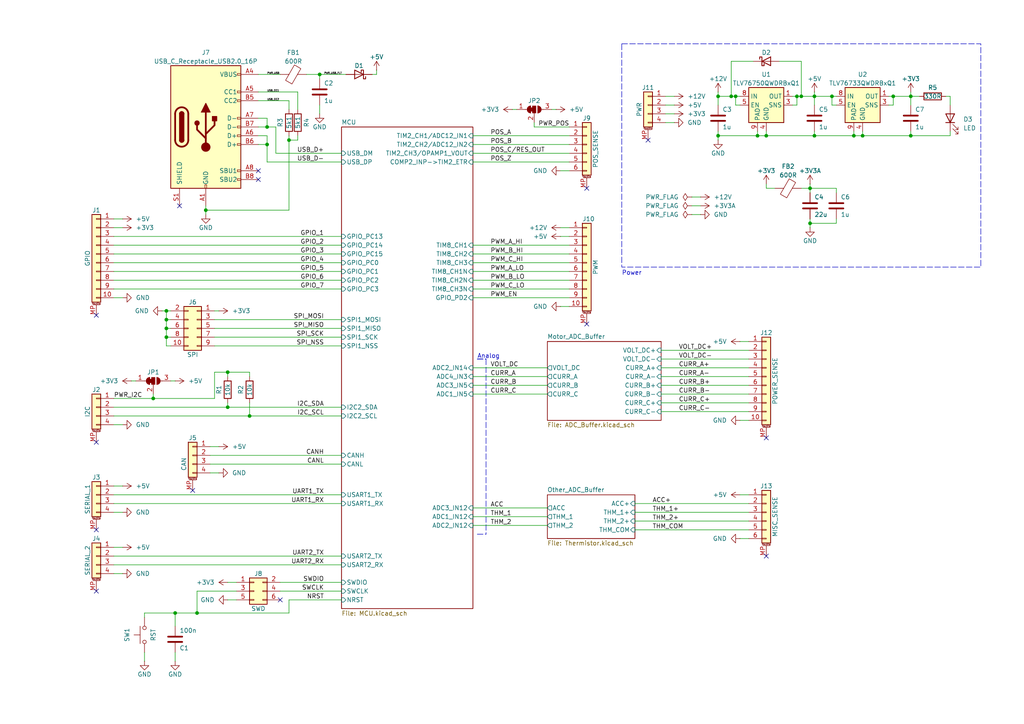
<source format=kicad_sch>
(kicad_sch (version 20250114) (generator "eeschema") (generator_version "9.0")
  (paper "A4")
  (title_block (title "Motor Control Brain Board") (date "2023-10-17") (rev "a"))
  (rectangle (start 180.34 12.7) (end 284.48 77.47) (stroke (width 0) (type dash)))
  (text "Analog" (at 138.43 104.14 0) (effects (font (size 1.27 1.27)) (justify left bottom)))
  (text "Power" (at 180.34 80.01 0) (effects (font (size 1.27 1.27)) (justify left bottom)))
  (junction (at 57.15 177.8))
  (junction (at 66.04 107.95))
  (junction (at 222.25 39.37))
  (junction (at 66.04 118.11))
  (junction (at 259.08 27.94))
  (junction (at 72.39 120.65))
  (junction (at 264.16 39.37))
  (junction (at 234.95 54.61))
  (junction (at 213.36 27.94))
  (junction (at 48.26 97.79))
  (junction (at 231.14 27.94))
  (junction (at 250.19 39.37))
  (junction (at 48.26 95.25))
  (junction (at 236.22 39.37))
  (junction (at 264.16 27.94))
  (junction (at 247.65 39.37))
  (junction (at 59.69 60.96))
  (junction (at 44.45 115.57))
  (junction (at 236.22 27.94))
  (junction (at 77.47 36.83))
  (junction (at 48.26 90.17))
  (junction (at 83.82 40.64))
  (junction (at 92.71 21.59))
  (junction (at 48.26 92.71))
  (junction (at 234.95 64.77))
  (junction (at 212.09 27.94))
  (junction (at 208.28 27.94))
  (junction (at 232.41 27.94))
  (junction (at 208.28 39.37))
  (junction (at 77.47 41.91))
  (junction (at 219.71 39.37))
  (junction (at 241.3 27.94))
  (junction (at 50.8 177.8))
  (no_connect (at 222.25 161.29))
  (no_connect (at 170.18 54.61))
  (no_connect (at 74.93 49.53))
  (no_connect (at 52.07 59.69))
  (no_connect (at 27.94 91.44))
  (no_connect (at 74.93 52.07))
  (no_connect (at 27.94 171.45))
  (no_connect (at 27.94 128.27))
  (no_connect (at 27.94 153.67))
  (no_connect (at 81.28 173.99))
  (no_connect (at 170.18 93.98))
  (no_connect (at 222.25 127))
  (no_connect (at 187.96 40.64))
  (no_connect (at 55.88 142.24))
  (wire (pts (xy 74.93 39.37) (xy 77.47 39.37)))
  (wire (pts (xy 184.15 146.05) (xy 217.17 146.05)))
  (wire (pts (xy 264.16 26.67) (xy 264.16 27.94)))
  (wire (pts (xy 44.45 114.3) (xy 44.45 115.57)))
  (wire (pts (xy 226.06 17.78) (xy 232.41 17.78)))
  (wire (pts (xy 86.36 40.64) (xy 86.36 39.37)))
  (wire (pts (xy 137.16 109.22) (xy 158.75 109.22)))
  (wire (pts (xy 234.95 63.5) (xy 234.95 64.77)))
  (wire (pts (xy 137.16 111.76) (xy 158.75 111.76)))
  (wire (pts (xy 148.59 31.75) (xy 149.86 31.75)))
  (wire (pts (xy 57.15 177.8) (xy 57.15 171.45)))
  (wire (pts (xy 38.1 110.49) (xy 39.37 110.49)))
  (wire (pts (xy 137.16 106.68) (xy 158.75 106.68)))
  (wire (pts (xy 275.59 27.94) (xy 275.59 30.48)))
  (wire (pts (xy 212.09 27.94) (xy 213.36 27.94)))
  (wire (pts (xy 77.47 34.29) (xy 74.93 34.29)))
  (wire (pts (xy 208.28 26.67) (xy 208.28 27.94)))
  (wire (pts (xy 62.23 92.71) (xy 99.06 92.71)))
  (wire (pts (xy 264.16 30.48) (xy 264.16 27.94)))
  (wire (pts (xy 232.41 27.94) (xy 236.22 27.94)))
  (wire (pts (xy 241.3 27.94) (xy 241.3 30.48)))
  (wire (pts (xy 154.94 36.83) (xy 165.1 36.83)))
  (wire (pts (xy 218.44 17.78) (xy 212.09 17.78)))
  (wire (pts (xy 242.57 63.5) (xy 242.57 64.77)))
  (wire (pts (xy 63.5 90.17) (xy 62.23 90.17)))
  (wire (pts (xy 109.22 21.59) (xy 107.95 21.59)))
  (wire (pts (xy 162.56 66.04) (xy 165.1 66.04)))
  (wire (pts (xy 33.02 66.04) (xy 35.56 66.04)))
  (wire (pts (xy 236.22 39.37) (xy 247.65 39.37)))
  (wire (pts (xy 33.02 76.2) (xy 99.06 76.2)))
  (wire (pts (xy 80.01 36.83) (xy 80.01 44.45)))
  (wire (pts (xy 49.53 100.33) (xy 48.26 100.33)))
  (wire (pts (xy 49.53 95.25) (xy 48.26 95.25)))
  (wire (pts (xy 191.77 104.14) (xy 217.17 104.14)))
  (wire (pts (xy 191.77 116.84) (xy 217.17 116.84)))
  (wire (pts (xy 62.23 100.33) (xy 99.06 100.33)))
  (wire (pts (xy 214.63 99.06) (xy 217.17 99.06)))
  (wire (pts (xy 231.14 30.48) (xy 231.14 27.94)))
  (wire (pts (xy 184.15 153.67) (xy 217.17 153.67)))
  (wire (pts (xy 44.45 115.57) (xy 62.23 115.57)))
  (polyline (pts (xy 140.97 104.14) (xy 140.97 154.94)) (stroke (width 0) (type dash)))
  (wire (pts (xy 222.25 54.61) (xy 224.79 54.61)))
  (wire (pts (xy 46.99 90.17) (xy 48.26 90.17)))
  (wire (pts (xy 236.22 30.48) (xy 236.22 27.94)))
  (wire (pts (xy 236.22 39.37) (xy 236.22 38.1)))
  (wire (pts (xy 50.8 177.8) (xy 50.8 181.61)))
  (wire (pts (xy 259.08 30.48) (xy 259.08 27.94)))
  (wire (pts (xy 208.28 39.37) (xy 219.71 39.37)))
  (wire (pts (xy 200.66 59.69) (xy 203.2 59.69)))
  (wire (pts (xy 33.02 166.37) (xy 35.56 166.37)))
  (wire (pts (xy 212.09 17.78) (xy 212.09 27.94)))
  (wire (pts (xy 62.23 115.57) (xy 62.23 107.95)))
  (wire (pts (xy 74.93 29.21) (xy 83.82 29.21)))
  (wire (pts (xy 63.5 137.16) (xy 60.96 137.16)))
  (wire (pts (xy 137.16 41.91) (xy 165.1 41.91)))
  (wire (pts (xy 60.96 134.62) (xy 99.06 134.62)))
  (wire (pts (xy 191.77 106.68) (xy 217.17 106.68)))
  (polyline (pts (xy 138.43 104.14) (xy 140.97 104.14)) (stroke (width 0) (type dash)))
  (wire (pts (xy 241.3 30.48) (xy 242.57 30.48)))
  (wire (pts (xy 219.71 39.37) (xy 222.25 39.37)))
  (wire (pts (xy 208.28 39.37) (xy 208.28 40.64)))
  (wire (pts (xy 200.66 62.23) (xy 203.2 62.23)))
  (wire (pts (xy 83.82 60.96) (xy 59.69 60.96)))
  (wire (pts (xy 86.36 26.67) (xy 86.36 31.75)))
  (wire (pts (xy 83.82 40.64) (xy 83.82 60.96)))
  (wire (pts (xy 41.91 189.23) (xy 41.91 191.77)))
  (wire (pts (xy 77.47 36.83) (xy 80.01 36.83)))
  (wire (pts (xy 50.8 177.8) (xy 57.15 177.8)))
  (wire (pts (xy 62.23 107.95) (xy 66.04 107.95)))
  (wire (pts (xy 214.63 156.21) (xy 217.17 156.21)))
  (wire (pts (xy 213.36 27.94) (xy 214.63 27.94)))
  (wire (pts (xy 92.71 21.59) (xy 100.33 21.59)))
  (wire (pts (xy 242.57 55.88) (xy 242.57 54.61)))
  (wire (pts (xy 234.95 64.77) (xy 234.95 66.04)))
  (wire (pts (xy 250.19 39.37) (xy 264.16 39.37)))
  (wire (pts (xy 81.28 168.91) (xy 99.06 168.91)))
  (wire (pts (xy 191.77 119.38) (xy 217.17 119.38)))
  (wire (pts (xy 48.26 97.79) (xy 48.26 95.25)))
  (wire (pts (xy 184.15 148.59) (xy 217.17 148.59)))
  (wire (pts (xy 49.53 110.49) (xy 50.8 110.49)))
  (wire (pts (xy 77.47 46.99) (xy 99.06 46.99)))
  (wire (pts (xy 236.22 26.67) (xy 236.22 27.94)))
  (wire (pts (xy 66.04 168.91) (xy 68.58 168.91)))
  (wire (pts (xy 137.16 114.3) (xy 158.75 114.3)))
  (wire (pts (xy 232.41 54.61) (xy 234.95 54.61)))
  (wire (pts (xy 62.23 97.79) (xy 99.06 97.79)))
  (wire (pts (xy 83.82 40.64) (xy 83.82 39.37)))
  (wire (pts (xy 33.02 115.57) (xy 44.45 115.57)))
  (wire (pts (xy 66.04 109.22) (xy 66.04 107.95)))
  (wire (pts (xy 109.22 20.32) (xy 109.22 21.59)))
  (wire (pts (xy 162.56 49.53) (xy 165.1 49.53)))
  (wire (pts (xy 137.16 46.99) (xy 165.1 46.99)))
  (wire (pts (xy 77.47 36.83) (xy 77.47 34.29)))
  (wire (pts (xy 208.28 30.48) (xy 208.28 27.94)))
  (wire (pts (xy 184.15 151.13) (xy 217.17 151.13)))
  (wire (pts (xy 137.16 81.28) (xy 165.1 81.28)))
  (wire (pts (xy 74.93 21.59) (xy 81.28 21.59)))
  (wire (pts (xy 88.9 21.59) (xy 92.71 21.59)))
  (wire (pts (xy 250.19 38.1) (xy 250.19 39.37)))
  (wire (pts (xy 33.02 123.19) (xy 35.56 123.19)))
  (wire (pts (xy 257.81 27.94) (xy 259.08 27.94)))
  (wire (pts (xy 137.16 73.66) (xy 165.1 73.66)))
  (wire (pts (xy 234.95 53.34) (xy 234.95 54.61)))
  (wire (pts (xy 57.15 177.8) (xy 83.82 177.8)))
  (wire (pts (xy 50.8 189.23) (xy 50.8 191.77)))
  (wire (pts (xy 247.65 39.37) (xy 250.19 39.37)))
  (wire (pts (xy 49.53 97.79) (xy 48.26 97.79)))
  (wire (pts (xy 193.04 33.02) (xy 195.58 33.02)))
  (wire (pts (xy 35.56 140.97) (xy 33.02 140.97)))
  (wire (pts (xy 59.69 60.96) (xy 59.69 59.69)))
  (wire (pts (xy 74.93 41.91) (xy 77.47 41.91)))
  (wire (pts (xy 222.25 53.34) (xy 222.25 54.61)))
  (wire (pts (xy 274.32 27.94) (xy 275.59 27.94)))
  (wire (pts (xy 33.02 148.59) (xy 35.56 148.59)))
  (wire (pts (xy 191.77 114.3) (xy 217.17 114.3)))
  (wire (pts (xy 33.02 81.28) (xy 99.06 81.28)))
  (wire (pts (xy 77.47 41.91) (xy 77.47 46.99)))
  (wire (pts (xy 214.63 143.51) (xy 217.17 143.51)))
  (wire (pts (xy 66.04 118.11) (xy 99.06 118.11)))
  (wire (pts (xy 80.01 44.45) (xy 99.06 44.45)))
  (wire (pts (xy 83.82 29.21) (xy 83.82 31.75)))
  (wire (pts (xy 72.39 107.95) (xy 72.39 109.22)))
  (wire (pts (xy 208.28 38.1) (xy 208.28 39.37)))
  (wire (pts (xy 229.87 27.94) (xy 231.14 27.94)))
  (wire (pts (xy 213.36 27.94) (xy 213.36 30.48)))
  (wire (pts (xy 247.65 38.1) (xy 247.65 39.37)))
  (wire (pts (xy 41.91 177.8) (xy 50.8 177.8)))
  (wire (pts (xy 137.16 149.86) (xy 158.75 149.86)))
  (wire (pts (xy 33.02 68.58) (xy 99.06 68.58)))
  (wire (pts (xy 48.26 92.71) (xy 48.26 90.17)))
  (wire (pts (xy 264.16 27.94) (xy 266.7 27.94)))
  (wire (pts (xy 275.59 38.1) (xy 275.59 39.37)))
  (wire (pts (xy 208.28 27.94) (xy 212.09 27.94)))
  (wire (pts (xy 83.82 40.64) (xy 86.36 40.64)))
  (wire (pts (xy 33.02 143.51) (xy 99.06 143.51)))
  (wire (pts (xy 92.71 30.48) (xy 92.71 33.02)))
  (wire (pts (xy 234.95 55.88) (xy 234.95 54.61)))
  (wire (pts (xy 264.16 39.37) (xy 275.59 39.37)))
  (wire (pts (xy 77.47 39.37) (xy 77.47 41.91)))
  (wire (pts (xy 66.04 107.95) (xy 72.39 107.95)))
  (wire (pts (xy 74.93 26.67) (xy 86.36 26.67)))
  (wire (pts (xy 66.04 173.99) (xy 68.58 173.99)))
  (wire (pts (xy 60.96 129.54) (xy 63.5 129.54)))
  (wire (pts (xy 48.26 90.17) (xy 49.53 90.17)))
  (wire (pts (xy 33.02 158.75) (xy 35.56 158.75)))
  (wire (pts (xy 33.02 120.65) (xy 72.39 120.65)))
  (wire (pts (xy 83.82 177.8) (xy 83.82 173.99)))
  (wire (pts (xy 217.17 121.92) (xy 214.63 121.92)))
  (wire (pts (xy 33.02 118.11) (xy 66.04 118.11)))
  (wire (pts (xy 137.16 44.45) (xy 165.1 44.45)))
  (wire (pts (xy 137.16 39.37) (xy 165.1 39.37)))
  (wire (pts (xy 137.16 76.2) (xy 165.1 76.2)))
  (wire (pts (xy 154.94 36.83) (xy 154.94 35.56)))
  (wire (pts (xy 33.02 163.83) (xy 99.06 163.83)))
  (wire (pts (xy 74.93 36.83) (xy 77.47 36.83)))
  (wire (pts (xy 72.39 120.65) (xy 99.06 120.65)))
  (wire (pts (xy 33.02 146.05) (xy 99.06 146.05)))
  (polyline (pts (xy 138.43 104.14) (xy 140.97 104.14)) (stroke (width 0) (type dash)))
  (wire (pts (xy 231.14 30.48) (xy 229.87 30.48)))
  (wire (pts (xy 191.77 111.76) (xy 217.17 111.76)))
  (wire (pts (xy 33.02 63.5) (xy 35.56 63.5)))
  (wire (pts (xy 137.16 147.32) (xy 158.75 147.32)))
  (wire (pts (xy 259.08 27.94) (xy 264.16 27.94)))
  (wire (pts (xy 236.22 27.94) (xy 241.3 27.94)))
  (wire (pts (xy 165.1 68.58) (xy 162.56 68.58)))
  (wire (pts (xy 81.28 171.45) (xy 99.06 171.45)))
  (wire (pts (xy 232.41 17.78) (xy 232.41 27.94)))
  (wire (pts (xy 234.95 54.61) (xy 242.57 54.61)))
  (wire (pts (xy 41.91 179.07) (xy 41.91 177.8)))
  (wire (pts (xy 57.15 171.45) (xy 68.58 171.45)))
  (wire (pts (xy 222.25 38.1) (xy 222.25 39.37)))
  (wire (pts (xy 137.16 86.36) (xy 165.1 86.36)))
  (polyline (pts (xy 138.43 154.94) (xy 140.97 154.94)) (stroke (width 0) (type dash)))
  (wire (pts (xy 231.14 27.94) (xy 232.41 27.94)))
  (wire (pts (xy 162.56 88.9) (xy 165.1 88.9)))
  (wire (pts (xy 33.02 73.66) (xy 99.06 73.66)))
  (wire (pts (xy 60.96 132.08) (xy 99.06 132.08)))
  (wire (pts (xy 242.57 64.77) (xy 234.95 64.77)))
  (wire (pts (xy 219.71 38.1) (xy 219.71 39.37)))
  (wire (pts (xy 161.29 31.75) (xy 160.02 31.75)))
  (wire (pts (xy 33.02 83.82) (xy 99.06 83.82)))
  (wire (pts (xy 33.02 78.74) (xy 99.06 78.74)))
  (wire (pts (xy 259.08 30.48) (xy 257.81 30.48)))
  (wire (pts (xy 191.77 109.22) (xy 217.17 109.22)))
  (wire (pts (xy 200.66 57.15) (xy 203.2 57.15)))
  (wire (pts (xy 33.02 161.29) (xy 99.06 161.29)))
  (wire (pts (xy 193.04 30.48) (xy 195.58 30.48)))
  (wire (pts (xy 137.16 152.4) (xy 158.75 152.4)))
  (wire (pts (xy 137.16 78.74) (xy 165.1 78.74)))
  (wire (pts (xy 137.16 83.82) (xy 165.1 83.82)))
  (wire (pts (xy 193.04 35.56) (xy 195.58 35.56)))
  (wire (pts (xy 33.02 71.12) (xy 99.06 71.12)))
  (wire (pts (xy 72.39 116.84) (xy 72.39 120.65)))
  (wire (pts (xy 48.26 92.71) (xy 48.26 95.25)))
  (wire (pts (xy 222.25 39.37) (xy 236.22 39.37)))
  (wire (pts (xy 191.77 101.6) (xy 217.17 101.6)))
  (wire (pts (xy 49.53 92.71) (xy 48.26 92.71)))
  (wire (pts (xy 83.82 173.99) (xy 99.06 173.99)))
  (wire (pts (xy 66.04 116.84) (xy 66.04 118.11)))
  (wire (pts (xy 195.58 27.94) (xy 193.04 27.94)))
  (wire (pts (xy 48.26 97.79) (xy 48.26 100.33)))
  (wire (pts (xy 213.36 30.48) (xy 214.63 30.48)))
  (wire (pts (xy 92.71 21.59) (xy 92.71 22.86)))
  (wire (pts (xy 59.69 60.96) (xy 59.69 62.23)))
  (wire (pts (xy 264.16 39.37) (xy 264.16 38.1)))
  (wire (pts (xy 33.02 86.36) (xy 35.56 86.36)))
  (wire (pts (xy 241.3 27.94) (xy 242.57 27.94)))
  (wire (pts (xy 137.16 71.12) (xy 165.1 71.12)))
  (wire (pts (xy 62.23 95.25) (xy 99.06 95.25)))
  (label "SPI_MOSI" (at 93.98 92.71 180))
  (label "ACC+" (at 189.23 146.05 0))
  (label "GPIO_7" (at 93.98 83.82 180))
  (label "USB_CC2" (at 77.47 29.21 0) (effects (font (size 0.5 0.5))))
  (label "VOLT_DC+" (at 196.85 101.6 0))
  (label "UART1_TX" (at 93.98 143.51 180))
  (label "CURR_A-" (at 196.85 109.22 0))
  (label "CANL" (at 93.98 134.62 180))
  (label "CURR_B+" (at 196.85 111.76 0))
  (label "GPIO_5" (at 93.98 78.74 180))
  (label "POS_C{slash}RES_OUT" (at 142.24 44.45 0))
  (label "POS_A" (at 142.24 39.37 0))
  (label "SPI_NSS" (at 93.98 100.33 180))
  (label "CURR_C" (at 142.24 114.3 0))
  (label "PWM_B_LO" (at 142.24 81.28 0))
  (label "PWM_A_HI" (at 142.24 71.12 0))
  (label "THM_1+" (at 189.23 148.59 0))
  (label "GPIO_3" (at 93.98 73.66 180))
  (label "SWDIO" (at 93.98 168.91 180))
  (label "PWR_I2C" (at 33.02 115.57 0))
  (label "PWR_POS" (at 165.1 36.83 180))
  (label "CURR_C-" (at 196.85 119.38 0))
  (label "USB_D+" (at 93.98 44.45 180))
  (label "USB_CC1" (at 77.47 26.67 0) (effects (font (size 0.5 0.5))))
  (label "PWR_USB_FLT" (at 93.98 21.59 0) (effects (font (size 0.5 0.5))))
  (label "GPIO_2" (at 93.98 71.12 180))
  (label "VOLT_DC-" (at 196.85 104.14 0))
  (label "PWM_C_LO" (at 142.24 83.82 0))
  (label "SPI_MISO" (at 93.98 95.25 180))
  (label "CANH" (at 93.98 132.08 180))
  (label "CURR_C+" (at 196.85 116.84 0))
  (label "UART2_TX" (at 93.98 161.29 180))
  (label "PWM_C_HI" (at 142.24 76.2 0))
  (label "VOLT_DC" (at 142.24 106.68 0))
  (label "POS_B" (at 142.24 41.91 0))
  (label "GPIO_1" (at 93.98 68.58 180))
  (label "NRST" (at 93.98 173.99 180))
  (label "PWR_USB" (at 77.47 21.59 0) (effects (font (size 0.5 0.5))))
  (label "CURR_B" (at 142.24 111.76 0))
  (label "THM_2+" (at 189.23 151.13 0))
  (label "PWM_EN" (at 142.24 86.36 0))
  (label "ACC" (at 142.24 147.32 0))
  (label "THM_1" (at 142.24 149.86 0))
  (label "SPI_SCK" (at 93.98 97.79 180))
  (label "USB_D-" (at 93.98 46.99 180))
  (label "CURR_A+" (at 196.85 106.68 0))
  (label "UART2_RX" (at 93.98 163.83 180))
  (label "GPIO_4" (at 93.98 76.2 180))
  (label "PWM_A_LO" (at 142.24 78.74 0))
  (label "PWM_B_HI" (at 142.24 73.66 0))
  (label "GPIO_6" (at 93.98 81.28 180))
  (label "SWCLK" (at 93.98 171.45 180))
  (label "THM_2" (at 142.24 152.4 0))
  (label "I2C_SCL" (at 93.98 120.65 180))
  (label "POS_Z" (at 142.24 46.99 0))
  (label "CURR_B-" (at 196.85 114.3 0))
  (label "I2C_SDA" (at 93.98 118.11 180))
  (label "THM_COM" (at 189.23 153.67 0))
  (label "UART1_RX" (at 93.98 146.05 180))
  (label "CURR_A" (at 142.24 109.22 0))
  (symbol (lib_id "Device:C") (at 236.22 34.29 0) (unit 1)
    (property "Reference" "C5" (at 237.49 31.75 0) (effects (justify left)))
    (property "Value" "1u" (at 237.49 36.83 0) (effects (justify left)))
    (property "Footprint" "Capacitor_SMD:C_0402_1005Metric" (effects (hide yes)))
    (property "Description" "Unpolarized capacitor" (effects (hide yes)))
  )
  (symbol (lib_id "Device:C") (at 50.8 185.42 180) (unit 1)
    (property "Reference" "C1" (at 52.07 187.96 0) (effects (justify right)))
    (property "Value" "100n" (at 52.07 182.88 0) (effects (justify right)))
    (property "Footprint" "Capacitor_SMD:C_0402_1005Metric" (effects (hide yes)))
    (property "Description" "Unpolarized capacitor" (effects (hide yes)))
  )
  (symbol (lib_id "power:+3V3") (at 63.5 90.17 270) (unit 1)
    (property "Reference" "#PWR015" (effects (hide yes)))
    (property "Value" "+3V3" (at 67.31 90.1699 90) (effects (justify left)))
    (property "Description" "Power symbol creates a global label with name \"+3V3\"" (effects (hide yes)))
  )
  (symbol (lib_id "Device:R") (at 66.04 113.03 0) (unit 1)
    (property "Reference" "R1" (at 63.5 113.03 90))
    (property "Value" "10k" (at 66.04 113.03 90))
    (property "Footprint" "Resistor_SMD:R_0402_1005Metric" (effects (hide yes)))
    (property "Description" "Resistor" (effects (hide yes)))
  )
  (symbol (lib_id "power:GND") (at 41.91 191.77 0) (unit 1)
    (property "Reference" "#PWR010" (effects (hide yes)))
    (property "Value" "GND" (at 41.91 195.58 0))
    (property "Description" "Power symbol creates a global label with name \"GND\" , ground" (effects (hide yes)))
  )
  (symbol (lib_id "power:GND") (at 59.69 62.23 0) (unit 1)
    (property "Reference" "#PWR014" (effects (hide yes)))
    (property "Value" "GND" (at 59.69 66.04 0))
    (property "Description" "Power symbol creates a global label with name \"GND\" , ground" (effects (hide yes)))
  )
  (symbol (lib_id "Connector_Generic_MountingPin:Conn_01x04_MountingPin") (at 187.96 30.48 0) (mirror y) (unit 1)
    (property "Reference" "J11" (at 187.96 25.4 0))
    (property "Value" "PWR" (at 185.42 31.75 90))
    (property "Footprint" "Connector_JST:JST_GH_SM04B-GHS-TB_1x04-1MP_P1.25mm_Horizontal" (effects (hide yes)))
    (property "Description" "Generic connectable mounting pin connector, single row, 01x04, script generated (kicad-library-utils/schlib/autogen/connector/)" (effects (hide yes)))
  )
  (symbol (lib_id "Connector_Generic_MountingPin:Conn_01x04_MountingPin") (at 55.88 132.08 0) (mirror y) (unit 1)
    (property "Reference" "J5" (at 55.88 127 0))
    (property "Value" "CAN" (at 53.34 134.62 90))
    (property "Footprint" "Connector_JST:JST_GH_SM04B-GHS-TB_1x04-1MP_P1.25mm_Horizontal" (effects (hide yes)))
    (property "Description" "Generic connectable mounting pin connector, single row, 01x04, script generated (kicad-library-utils/schlib/autogen/connector/)" (effects (hide yes)))
  )
  (symbol (lib_id "Connector_Generic:Conn_02x03_Odd_Even") (at 73.66 171.45 0) (unit 1) (in_bom no)
    (property "Reference" "J8" (at 74.93 166.37 0))
    (property "Value" "SWD" (at 74.93 176.53 0))
    (property "Footprint" "Connector:Tag-Connect_TC2030-IDC-FP_2x03_P1.27mm_Vertical" (effects (hide yes)))
    (property "Description" "Generic connector, double row, 02x03, odd/even pin numbering scheme (row 1 odd numbers, row 2 even numbers), script generated (kicad-library-utils/schlib/autogen/connector/)" (effects (hide yes)))
  )
  (symbol (lib_id "Device:C") (at 92.71 26.67 0) (unit 1)
    (property "Reference" "C2" (at 93.98 24.13 0) (effects (justify left)))
    (property "Value" "1u" (at 93.98 29.21 0) (effects (justify left)))
    (property "Footprint" "Capacitor_SMD:C_0402_1005Metric" (effects (hide yes)))
    (property "Description" "Unpolarized capacitor" (effects (hide yes)))
  )
  (symbol (lib_id "power:+3V3") (at 35.56 66.04 270) (unit 1)
    (property "Reference" "#PWR02" (effects (hide yes)))
    (property "Value" "+3V3" (at 39.37 66.0399 90) (effects (justify left)))
    (property "Description" "Power symbol creates a global label with name \"+3V3\"" (effects (hide yes)))
  )
  (symbol (lib_id "power:+5V") (at 214.63 143.51 90) (unit 1)
    (property "Reference" "#PWR039" (effects (hide yes)))
    (property "Value" "+5V" (at 210.82 143.51 90) (effects (justify left)))
    (property "Description" "Power symbol creates a global label with name \"+5V\"" (effects (hide yes)))
  )
  (symbol (lib_id "power:+3V3") (at 66.04 168.91 90) (unit 1)
    (property "Reference" "#PWR018" (effects (hide yes)))
    (property "Value" "+3V3" (at 62.23 168.9099 90) (effects (justify left)))
    (property "Description" "Power symbol creates a global label with name \"+3V3\"" (effects (hide yes)))
  )
  (symbol (lib_id "power:+3.3VA") (at 203.2 59.69 270) (unit 1)
    (property "Reference" "#PWR033" (effects (hide yes)))
    (property "Value" "+3V3A" (at 207.01 59.69 90) (effects (justify left)))
    (property "Description" "Power symbol creates a global label with name \"+3.3VA\"" (effects (hide yes)))
  )
  (symbol (lib_id "power:GND") (at 195.58 35.56 90) (unit 1)
    (property "Reference" "#PWR031" (effects (hide yes)))
    (property "Value" "GND" (at 199.39 35.56 90) (effects (justify right)))
    (property "Description" "Power symbol creates a global label with name \"GND\" , ground" (effects (hide yes)))
  )
  (symbol (lib_id "power:+5V") (at 109.22 20.32 0) (unit 1)
    (property "Reference" "#PWR021" (effects (hide yes)))
    (property "Value" "+5V" (at 109.22 16.51 0))
    (property "Description" "Power symbol creates a global label with name \"+5V\"" (effects (hide yes)))
  )
  (symbol (lib_id "power:+5V") (at 50.8 110.49 270) (unit 1)
    (property "Reference" "#PWR012" (effects (hide yes)))
    (property "Value" "+5V" (at 54.61 110.49 90) (effects (justify left)))
    (property "Description" "Power symbol creates a global label with name \"+5V\"" (effects (hide yes)))
  )
  (symbol (lib_id "Device:LED") (at 275.59 34.29 90) (unit 1)
    (property "Reference" "D3" (at 279.4 34.6074 90) (effects (justify right)))
    (property "Value" "LED" (at 279.4 37.1474 90) (effects (justify right)))
    (property "Footprint" "LED_SMD:LED_0603_1608Metric" (effects (hide yes)))
    (property "Description" "Light emitting diode" (effects (hide yes)))
  )
  (symbol (lib_id "Regulator_Linear:TLV76750QWDRBxQ1") (at 222.25 30.48 0) (unit 1)
    (property "Reference" "U1" (at 222.25 21.59 0))
    (property "Value" "TLV76750QWDRBxQ1" (at 222.25 24.13 0))
    (property "Footprint" "Package_SON:VSON-8-1EP_3x3mm_P0.65mm_EP1.65x2.4mm_ThermalVias" (effects (hide yes)))
    (property "Datasheet" "www.ti.com/lit/gpn/TLV767-q1" (effects (hide yes)))
    (property "Description" "1A, 16V Precision Linear Voltage Regulator, with enable pin, Fixed Output 5.0V, VSON-8" (effects (hide yes)))
  )
  (symbol (lib_id "Device:D_Schottky") (at 104.14 21.59 180) (unit 1)
    (property "Reference" "D1" (at 104.14 19.05 0))
    (property "Value" "D_Schottky" (effects (hide yes)))
    (property "Footprint" "Diode_SMD:D_0402_1005Metric" (effects (hide yes)))
    (property "Description" "Schottky diode" (effects (hide yes)))
  )
  (symbol (lib_id "Connector_Generic_MountingPin:Conn_01x10_MountingPin") (at 27.94 73.66 0) (mirror y) (unit 1)
    (property "Reference" "J1" (at 27.94 60.96 0))
    (property "Value" "GPIO" (at 25.4 74.93 90))
    (property "Footprint" "Connector_JST:JST_GH_SM10B-GHS-TB_1x10-1MP_P1.25mm_Horizontal" (effects (hide yes)))
    (property "Description" "Generic connectable mounting pin connector, single row, 01x10, script generated (kicad-library-utils/schlib/autogen/connector/)" (effects (hide yes)))
  )
  (symbol (lib_id "Regulator_Linear:TLV76733QWDRBxQ1") (at 250.19 30.48 0) (unit 1)
    (property "Reference" "U2" (at 250.19 21.59 0))
    (property "Value" "TLV76733QWDRBxQ1" (at 250.19 24.13 0))
    (property "Footprint" "Package_SON:VSON-8-1EP_3x3mm_P0.65mm_EP1.65x2.4mm_ThermalVias" (effects (hide yes)))
    (property "Datasheet" "www.ti.com/lit/gpn/TLV767-q1" (effects (hide yes)))
    (property "Description" "1A, 16V Precision Linear Voltage Regulator, with enable pin, Fixed Output 3.3V, VSON-8" (effects (hide yes)))
  )
  (symbol (lib_id "power:+12V") (at 208.28 26.67 0) (unit 1)
    (property "Reference" "#PWR035" (effects (hide yes)))
    (property "Value" "+12V" (at 208.28 22.86 0))
    (property "Description" "Power symbol creates a global label with name \"+12V\"" (effects (hide yes)))
  )
  (symbol (lib_id "power:GND") (at 162.56 49.53 270) (unit 1)
    (property "Reference" "#PWR024" (effects (hide yes)))
    (property "Value" "GND" (at 158.75 49.53 90) (effects (justify right)))
    (property "Description" "Power symbol creates a global label with name \"GND\" , ground" (effects (hide yes)))
  )
  (symbol (lib_id "power:GND") (at 234.95 66.04 0) (unit 1)
    (property "Reference" "#PWR043" (effects (hide yes)))
    (property "Value" "GND" (at 234.95 69.85 0))
    (property "Description" "Power symbol creates a global label with name \"GND\" , ground" (effects (hide yes)))
  )
  (symbol (lib_id "Connector_Generic_MountingPin:Conn_01x06_MountingPin") (at 170.18 41.91 0) (unit 1)
    (property "Reference" "J9" (at 170.18 34.29 0))
    (property "Value" "POS_SENSE" (at 172.72 43.18 90))
    (property "Footprint" "Connector_JST:JST_GH_SM06B-GHS-TB_1x06-1MP_P1.25mm_Horizontal" (effects (hide yes)))
    (property "Description" "Generic connectable mounting pin connector, single row, 01x06, script generated (kicad-library-utils/schlib/autogen/connector/)" (effects (hide yes)))
  )
  (symbol (lib_id "Device:R") (at 72.39 113.03 0) (unit 1)
    (property "Reference" "R2" (at 69.85 113.03 90))
    (property "Value" "10k" (at 72.39 113.03 90))
    (property "Footprint" "Resistor_SMD:R_0402_1005Metric" (effects (hide yes)))
    (property "Description" "Resistor" (effects (hide yes)))
  )
  (symbol (lib_id "power:+12V") (at 195.58 27.94 270) (unit 1)
    (property "Reference" "#PWR028" (effects (hide yes)))
    (property "Value" "+12V" (at 199.39 27.94 90) (effects (justify left)))
    (property "Description" "Power symbol creates a global label with name \"+12V\"" (effects (hide yes)))
  )
  (symbol (lib_id "Connector_Generic:Conn_02x05_Odd_Even") (at 57.15 95.25 0) (mirror y) (unit 1)
    (property "Reference" "J6" (at 55.88 87.63 0))
    (property "Value" "SPI" (at 55.88 102.87 0))
    (property "Footprint" "User_Connector:Samtec_FTSH-105-XX-X-DV-K" (effects (hide yes)))
    (property "Description" "Generic connector, double row, 02x05, odd/even pin numbering scheme (row 1 odd numbers, row 2 even numbers), script generated (kicad-library-utils/schlib/autogen/connector/)" (effects (hide yes)))
  )
  (symbol (lib_id "Device:FerriteBead") (at 228.6 54.61 90) (unit 1)
    (property "Reference" "FB2" (at 228.6 48.26 90))
    (property "Value" "600R" (at 228.6 50.8 90))
    (property "Footprint" "Inductor_SMD:L_0603_1608Metric" (effects (hide yes)))
    (property "Description" "Ferrite bead" (effects (hide yes)))
  )
  (symbol (lib_id "Device:C") (at 242.57 59.69 0) (unit 1)
    (property "Reference" "C6" (at 243.84 57.15 0) (effects (justify left)))
    (property "Value" "1u" (at 243.84 62.23 0) (effects (justify left)))
    (property "Footprint" "Capacitor_SMD:C_0402_1005Metric" (effects (hide yes)))
    (property "Description" "Unpolarized capacitor" (effects (hide yes)))
  )
  (symbol (lib_id "power:GND") (at 162.56 88.9 270) (unit 1)
    (property "Reference" "#PWR027" (effects (hide yes)))
    (property "Value" "GND" (at 158.75 88.9 90) (effects (justify right)))
    (property "Description" "Power symbol creates a global label with name \"GND\" , ground" (effects (hide yes)))
  )
  (symbol (lib_id "Device:C") (at 208.28 34.29 0) (unit 1)
    (property "Reference" "C3" (at 209.55 31.75 0) (effects (justify left)))
    (property "Value" "1u" (at 209.55 36.83 0) (effects (justify left)))
    (property "Footprint" "Capacitor_SMD:C_0402_1005Metric" (effects (hide yes)))
    (property "Description" "Unpolarized capacitor" (effects (hide yes)))
  )
  (symbol (lib_id "Connector_Generic_MountingPin:Conn_01x04_MountingPin") (at 27.94 161.29 0) (mirror y) (unit 1)
    (property "Reference" "J4" (at 27.94 156.21 0))
    (property "Value" "SERIAL_2" (at 25.4 162.56 90))
    (property "Footprint" "Connector_JST:JST_GH_SM04B-GHS-TB_1x04-1MP_P1.25mm_Horizontal" (effects (hide yes)))
    (property "Description" "Generic connectable mounting pin connector, single row, 01x04, script generated (kicad-library-utils/schlib/autogen/connector/)" (effects (hide yes)))
  )
  (symbol (lib_id "power:+5V") (at 35.56 158.75 270) (unit 1)
    (property "Reference" "#PWR07" (effects (hide yes)))
    (property "Value" "+5V" (at 39.37 158.75 90) (effects (justify left)))
    (property "Description" "Power symbol creates a global label with name \"+5V\"" (effects (hide yes)))
  )
  (symbol (lib_id "power:GND") (at 35.56 86.36 90) (unit 1)
    (property "Reference" "#PWR03" (effects (hide yes)))
    (property "Value" "GND" (at 39.37 86.36 90) (effects (justify right)))
    (property "Description" "Power symbol creates a global label with name \"GND\" , ground" (effects (hide yes)))
  )
  (symbol (lib_id "power:GND") (at 208.28 40.64 0) (unit 1)
    (property "Reference" "#PWR036" (effects (hide yes)))
    (property "Value" "GND" (at 208.28 44.45 0))
    (property "Description" "Power symbol creates a global label with name \"GND\" , ground" (effects (hide yes)))
  )
  (symbol (lib_id "power:GND") (at 214.63 121.92 270) (unit 1)
    (property "Reference" "#PWR038" (effects (hide yes)))
    (property "Value" "GND" (at 210.82 121.92 90) (effects (justify right)))
    (property "Description" "Power symbol creates a global label with name \"GND\" , ground" (effects (hide yes)))
  )
  (symbol (lib_id "Device:R") (at 83.82 35.56 0) (unit 1)
    (property "Reference" "R3" (at 81.28 35.56 90))
    (property "Value" "5k1" (at 83.82 35.56 90))
    (property "Footprint" "Resistor_SMD:R_0402_1005Metric" (effects (hide yes)))
    (property "Description" "Resistor" (effects (hide yes)))
  )
  (symbol (lib_id "power:GND") (at 35.56 166.37 90) (unit 1)
    (property "Reference" "#PWR08" (effects (hide yes)))
    (property "Value" "GND" (at 39.37 166.37 90) (effects (justify right)))
    (property "Description" "Power symbol creates a global label with name \"GND\" , ground" (effects (hide yes)))
  )
  (symbol (lib_id "power:GND") (at 203.2 62.23 90) (unit 1)
    (property "Reference" "#PWR034" (effects (hide yes)))
    (property "Value" "GND" (at 207.01 62.23 90) (effects (justify right)))
    (property "Description" "Power symbol creates a global label with name \"GND\" , ground" (effects (hide yes)))
  )
  (symbol (lib_id "power:+3V3") (at 264.16 26.67 0) (unit 1)
    (property "Reference" "#PWR045" (effects (hide yes)))
    (property "Value" "+3V3" (at 264.16 22.86 0))
    (property "Description" "Power symbol creates a global label with name \"+3V3\"" (effects (hide yes)))
  )
  (symbol (lib_id "Switch:SW_Push") (at 41.91 184.15 90) (unit 1)
    (property "Reference" "SW1" (at 36.83 184.15 0))
    (property "Value" "RST" (at 44.45 184.15 0))
    (property "Footprint" "Button_Switch_SMD:SW_SPST_PTS810" (effects (hide yes)))
    (property "Description" "Push button switch, generic, two pins" (effects (hide yes)))
  )
  (symbol (lib_id "power:+3V3") (at 195.58 33.02 270) (unit 1)
    (property "Reference" "#PWR030" (effects (hide yes)))
    (property "Value" "+3V3" (at 199.39 33.02 90) (effects (justify left)))
    (property "Description" "Power symbol creates a global label with name \"+3V3\"" (effects (hide yes)))
  )
  (symbol (lib_id "power:PWR_FLAG") (at 200.66 62.23 90) (unit 1)
    (property "Reference" "#FLG03" (effects (hide yes)))
    (property "Value" "PWR_FLAG" (at 196.85 62.2299 90) (effects (justify left)))
    (property "Description" "Special symbol for telling ERC where power comes from" (effects (hide yes)))
  )
  (symbol (lib_id "power:GND") (at 92.71 33.02 0) (unit 1)
    (property "Reference" "#PWR020" (effects (hide yes)))
    (property "Value" "GND" (at 92.71 36.83 0))
    (property "Description" "Power symbol creates a global label with name \"GND\" , ground" (effects (hide yes)))
  )
  (symbol (lib_id "power:GND") (at 66.04 173.99 270) (unit 1)
    (property "Reference" "#PWR019" (effects (hide yes)))
    (property "Value" "GND" (at 62.23 173.99 90) (effects (justify right)))
    (property "Description" "Power symbol creates a global label with name \"GND\" , ground" (effects (hide yes)))
  )
  (symbol (lib_id "Device:C") (at 234.95 59.69 0) (unit 1)
    (property "Reference" "C4" (at 236.22 57.15 0) (effects (justify left)))
    (property "Value" "22u" (at 236.22 62.23 0) (effects (justify left)))
    (property "Footprint" "Capacitor_SMD:C_0402_1005Metric" (effects (hide yes)))
    (property "Description" "Unpolarized capacitor" (effects (hide yes)))
  )
  (symbol (lib_id "Connector_Generic_MountingPin:Conn_01x04_MountingPin") (at 27.94 143.51 0) (mirror y) (unit 1)
    (property "Reference" "J3" (at 27.94 138.43 0))
    (property "Value" "SERIAL_1" (at 25.4 144.78 90))
    (property "Footprint" "Connector_JST:JST_GH_SM04B-GHS-TB_1x04-1MP_P1.25mm_Horizontal" (effects (hide yes)))
    (property "Description" "Generic connectable mounting pin connector, single row, 01x04, script generated (kicad-library-utils/schlib/autogen/connector/)" (effects (hide yes)))
  )
  (symbol (lib_id "Device:R") (at 270.51 27.94 90) (unit 1)
    (property "Reference" "R5" (at 270.51 25.4 90))
    (property "Value" "330R" (at 270.51 27.94 90))
    (property "Footprint" "Resistor_SMD:R_0402_1005Metric" (effects (hide yes)))
    (property "Description" "Resistor" (effects (hide yes)))
  )
  (symbol (lib_id "Device:R") (at 86.36 35.56 0) (unit 1)
    (property "Reference" "R4" (at 88.9 35.56 90))
    (property "Value" "5k1" (at 86.36 35.56 90))
    (property "Footprint" "Resistor_SMD:R_0402_1005Metric" (effects (hide yes)))
    (property "Description" "Resistor" (effects (hide yes)))
  )
  (symbol (lib_id "power:+5V") (at 35.56 140.97 270) (unit 1)
    (property "Reference" "#PWR05" (effects (hide yes)))
    (property "Value" "+5V" (at 39.37 140.97 90) (effects (justify left)))
    (property "Description" "Power symbol creates a global label with name \"+5V\"" (effects (hide yes)))
  )
  (symbol (lib_id "power:+3.3VA") (at 234.95 53.34 0) (unit 1)
    (property "Reference" "#PWR042" (effects (hide yes)))
    (property "Value" "+3V3A" (at 234.95 49.53 0))
    (property "Description" "Power symbol creates a global label with name \"+3.3VA\"" (effects (hide yes)))
  )
  (symbol (lib_id "power:+5V") (at 161.29 31.75 270) (unit 1)
    (property "Reference" "#PWR023" (effects (hide yes)))
    (property "Value" "+5V" (at 165.1 31.75 90) (effects (justify left)))
    (property "Description" "Power symbol creates a global label with name \"+5V\"" (effects (hide yes)))
  )
  (symbol (lib_id "Connector:USB_C_Receptacle_USB2.0_16P") (at 59.69 36.83 0) (unit 1)
    (property "Reference" "J7" (at 59.69 15.24 0))
    (property "Value" "USB_C_Receptacle_USB2.0_16P" (at 59.69 17.78 0))
    (property "Footprint" "Connector_USB:USB_C_Receptacle_GCT_USB4110" (effects (hide yes)))
    (property "Datasheet" "https://www.usb.org/sites/default/files/documents/usb_type-c.zip" (effects (hide yes)))
    (property "Description" "USB 2.0-only 16P Type-C Receptacle connector" (effects (hide yes)))
  )
  (symbol (lib_name "SolderJumper_3_Bridged12_1") (lib_id "Jumper:SolderJumper_3_Bridged12") (at 44.45 110.49 0) (unit 1) (exclude_from_sim yes) (in_bom no)
    (property "Reference" "JP1" (at 44.45 107.95 0))
    (property "Value" "SolderJumper_3_Open" (effects (hide yes)))
    (property "Footprint" "Jumper:SolderJumper-3_P1.3mm_Bridged12_RoundedPad1.0x1.5mm" (effects (hide yes)))
    (property "Description" "3-pole Solder Jumper, pins 1+2 closed/bridged" (effects (hide yes)))
  )
  (symbol (lib_id "power:+5V") (at 35.56 63.5 270) (unit 1)
    (property "Reference" "#PWR01" (effects (hide yes)))
    (property "Value" "+5V" (at 39.37 63.5 90) (effects (justify left)))
    (property "Description" "Power symbol creates a global label with name \"+5V\"" (effects (hide yes)))
  )
  (symbol (lib_id "Connector_Generic_MountingPin:Conn_01x04_MountingPin") (at 27.94 118.11 0) (mirror y) (unit 1)
    (property "Reference" "J2" (at 27.94 113.03 0))
    (property "Value" "I2C" (at 25.4 119.38 90))
    (property "Footprint" "Connector_JST:JST_GH_SM04B-GHS-TB_1x04-1MP_P1.25mm_Horizontal" (effects (hide yes)))
    (property "Description" "Generic connectable mounting pin connector, single row, 01x04, script generated (kicad-library-utils/schlib/autogen/connector/)" (effects (hide yes)))
  )
  (symbol (lib_id "power:GND") (at 63.5 137.16 90) (unit 1)
    (property "Reference" "#PWR017" (effects (hide yes)))
    (property "Value" "GND" (at 67.31 137.16 90) (effects (justify right)))
    (property "Description" "Power symbol creates a global label with name \"GND\" , ground" (effects (hide yes)))
  )
  (symbol (lib_id "power:+12V") (at 162.56 66.04 90) (unit 1)
    (property "Reference" "#PWR025" (effects (hide yes)))
    (property "Value" "+12V" (at 158.75 66.0399 90) (effects (justify left)))
    (property "Description" "Power symbol creates a global label with name \"+12V\"" (effects (hide yes)))
  )
  (symbol (lib_id "Connector_Generic_MountingPin:Conn_01x10_MountingPin") (at 170.18 76.2 0) (unit 1)
    (property "Reference" "J10" (at 168.91 63.5 0) (effects (justify left)))
    (property "Value" "PWM" (at 172.72 77.47 90))
    (property "Footprint" "Connector_JST:JST_GH_SM10B-GHS-TB_1x10-1MP_P1.25mm_Horizontal" (effects (hide yes)))
    (property "Description" "Generic connectable mounting pin connector, single row, 01x10, script generated (kicad-library-utils/schlib/autogen/connector/)" (effects (hide yes)))
  )
  (symbol (lib_id "power:PWR_FLAG") (at 200.66 57.15 90) (unit 1)
    (property "Reference" "#FLG01" (effects (hide yes)))
    (property "Value" "PWR_FLAG" (at 196.85 57.1499 90) (effects (justify left)))
    (property "Description" "Special symbol for telling ERC where power comes from" (effects (hide yes)))
  )
  (symbol (lib_id "Device:D_Schottky") (at 222.25 17.78 0) (unit 1)
    (property "Reference" "D2" (at 222.25 15.24 0))
    (property "Value" "D_Schottky" (effects (hide yes)))
    (property "Footprint" "Diode_SMD:D_0402_1005Metric" (effects (hide yes)))
    (property "Description" "Schottky diode" (effects (hide yes)))
  )
  (symbol (lib_id "power:GND") (at 214.63 156.21 270) (unit 1)
    (property "Reference" "#PWR040" (effects (hide yes)))
    (property "Value" "GND" (at 210.82 156.21 90) (effects (justify right)))
    (property "Description" "Power symbol creates a global label with name \"GND\" , ground" (effects (hide yes)))
  )
  (symbol (lib_id "power:+5V") (at 162.56 68.58 90) (unit 1)
    (property "Reference" "#PWR026" (effects (hide yes)))
    (property "Value" "+5V" (at 158.75 68.58 90) (effects (justify left)))
    (property "Description" "Power symbol creates a global label with name \"+5V\"" (effects (hide yes)))
  )
  (symbol (lib_id "power:GND") (at 35.56 123.19 90) (unit 1)
    (property "Reference" "#PWR04" (effects (hide yes)))
    (property "Value" "GND" (at 39.37 123.19 90) (effects (justify right)))
    (property "Description" "Power symbol creates a global label with name \"GND\" , ground" (effects (hide yes)))
  )
  (symbol (lib_id "power:+3V3") (at 222.25 53.34 0) (unit 1)
    (property "Reference" "#PWR041" (effects (hide yes)))
    (property "Value" "+3V3" (at 222.25 49.53 0))
    (property "Description" "Power symbol creates a global label with name \"+3V3\"" (effects (hide yes)))
  )
  (symbol (lib_id "power:+5V") (at 195.58 30.48 270) (unit 1)
    (property "Reference" "#PWR029" (effects (hide yes)))
    (property "Value" "+5V" (at 199.39 30.48 90) (effects (justify left)))
    (property "Description" "Power symbol creates a global label with name \"+5V\"" (effects (hide yes)))
  )
  (symbol (lib_id "power:GND") (at 35.56 148.59 90) (unit 1)
    (property "Reference" "#PWR06" (effects (hide yes)))
    (property "Value" "GND" (at 39.37 148.59 90) (effects (justify right)))
    (property "Description" "Power symbol creates a global label with name \"GND\" , ground" (effects (hide yes)))
  )
  (symbol (lib_id "power:GND") (at 46.99 90.17 270) (unit 1)
    (property "Reference" "#PWR011" (effects (hide yes)))
    (property "Value" "GND" (at 43.18 90.17 90) (effects (justify right)))
    (property "Description" "Power symbol creates a global label with name \"GND\" , ground" (effects (hide yes)))
  )
  (symbol (lib_id "power:+5V") (at 236.22 26.67 0) (unit 1)
    (property "Reference" "#PWR044" (effects (hide yes)))
    (property "Value" "+5V" (at 236.22 22.86 0))
    (property "Description" "Power symbol creates a global label with name \"+5V\"" (effects (hide yes)))
  )
  (symbol (lib_id "power:PWR_FLAG") (at 200.66 59.69 90) (unit 1)
    (property "Reference" "#FLG02" (effects (hide yes)))
    (property "Value" "PWR_FLAG" (at 196.85 59.6899 90) (effects (justify left)))
    (property "Description" "Special symbol for telling ERC where power comes from" (effects (hide yes)))
  )
  (symbol (lib_id "power:+3V3") (at 38.1 110.49 90) (unit 1)
    (property "Reference" "#PWR09" (effects (hide yes)))
    (property "Value" "+3V3" (at 34.29 110.4899 90) (effects (justify left)))
    (property "Description" "Power symbol creates a global label with name \"+3V3\"" (effects (hide yes)))
  )
  (symbol (lib_id "power:+12V") (at 203.2 57.15 270) (unit 1)
    (property "Reference" "#PWR032" (effects (hide yes)))
    (property "Value" "+12V" (at 207.01 57.15 90) (effects (justify left)))
    (property "Description" "Power symbol creates a global label with name \"+12V\"" (effects (hide yes)))
  )
  (symbol (lib_id "Jumper:SolderJumper_3_Bridged12") (at 154.94 31.75 0) (unit 1) (exclude_from_sim yes) (in_bom no)
    (property "Reference" "JP2" (at 154.94 29.21 0))
    (property "Value" "SolderJumper_3_Open" (effects (hide yes)))
    (property "Footprint" "Jumper:SolderJumper-3_P1.3mm_Bridged12_RoundedPad1.0x1.5mm" (effects (hide yes)))
    (property "Description" "3-pole Solder Jumper, pins 1+2 closed/bridged" (effects (hide yes)))
  )
  (symbol (lib_id "Device:FerriteBead") (at 85.09 21.59 90) (unit 1)
    (property "Reference" "FB1" (at 85.09 15.24 90))
    (property "Value" "600R" (at 85.09 17.78 90))
    (property "Footprint" "Inductor_SMD:L_0603_1608Metric" (effects (hide yes)))
    (property "Description" "Ferrite bead" (effects (hide yes)))
  )
  (symbol (lib_id "Connector_Generic_MountingPin:Conn_01x06_MountingPin") (at 222.25 148.59 0) (unit 1)
    (property "Reference" "J13" (at 222.25 140.97 0))
    (property "Value" "MISC_SENSE" (at 224.79 149.86 90))
    (property "Footprint" "Connector_JST:JST_GH_SM06B-GHS-TB_1x06-1MP_P1.25mm_Horizontal" (effects (hide yes)))
    (property "Description" "Generic connectable mounting pin connector, single row, 01x06, script generated (kicad-library-utils/schlib/autogen/connector/)" (effects (hide yes)))
  )
  (symbol (lib_id "Device:C") (at 264.16 34.29 0) (unit 1)
    (property "Reference" "C7" (at 265.43 31.75 0) (effects (justify left)))
    (property "Value" "1u" (at 265.43 36.83 0) (effects (justify left)))
    (property "Footprint" "Capacitor_SMD:C_0402_1005Metric" (effects (hide yes)))
    (property "Description" "Unpolarized capacitor" (effects (hide yes)))
  )
  (symbol (lib_id "Connector_Generic_MountingPin:Conn_01x10_MountingPin") (at 222.25 109.22 0) (unit 1)
    (property "Reference" "J12" (at 222.25 96.52 0))
    (property "Value" "POWER_SENSE" (at 224.79 110.49 90))
    (property "Footprint" "Connector_JST:JST_GH_SM10B-GHS-TB_1x10-1MP_P1.25mm_Horizontal" (effects (hide yes)))
    (property "Description" "Generic connectable mounting pin connector, single row, 01x10, script generated (kicad-library-utils/schlib/autogen/connector/)" (effects (hide yes)))
  )
  (symbol (lib_id "power:+5V") (at 63.5 129.54 270) (unit 1)
    (property "Reference" "#PWR016" (effects (hide yes)))
    (property "Value" "+5V" (at 67.31 129.54 90) (effects (justify left)))
    (property "Description" "Power symbol creates a global label with name \"+5V\"" (effects (hide yes)))
  )
  (symbol (lib_id "power:+5V") (at 214.63 99.06 90) (unit 1)
    (property "Reference" "#PWR037" (effects (hide yes)))
    (property "Value" "+5V" (at 210.82 99.06 90) (effects (justify left)))
    (property "Description" "Power symbol creates a global label with name \"+5V\"" (effects (hide yes)))
  )
  (symbol (lib_id "power:+3V3") (at 148.59 31.75 90) (unit 1)
    (property "Reference" "#PWR022" (effects (hide yes)))
    (property "Value" "+3V3" (at 144.78 31.7499 90) (effects (justify left)))
    (property "Description" "Power symbol creates a global label with name \"+3V3\"" (effects (hide yes)))
  )
  (symbol (lib_id "power:GND") (at 50.8 191.77 0) (unit 1)
    (property "Reference" "#PWR013" (effects (hide yes)))
    (property "Value" "GND" (at 50.8 195.58 0))
    (property "Description" "Power symbol creates a global label with name \"GND\" , ground" (effects (hide yes)))
  )
  (sheet (at 99.06 36.83) (size 38.1 139.7) (stroke (width 0.1524))
    (property "Sheetname" "MCU" (at 99.06 36.195 0) (effects (justify left bottom)))
    (property "Sheetfile" "MCU.kicad_sch" (at 99.06 177.165 0) (effects (justify left top)))
    (pin "NRST" input (at 99.06 173.99 180))
    (pin "SWDIO" input (at 99.06 168.91 180))
    (pin "SWCLK" input (at 99.06 171.45 180))
    (pin "ADC2_IN14" input (at 137.16 106.68 0))
    (pin "ADC1_IN5" input (at 137.16 114.3 0))
    (pin "ADC3_IN5" input (at 137.16 111.76 0))
    (pin "ADC4_IN3" input (at 137.16 109.22 0))
    (pin "ADC3_IN12" input (at 137.16 147.32 0))
    (pin "ADC1_IN12" input (at 137.16 149.86 0))
    (pin "ADC2_IN12" input (at 137.16 152.4 0))
    (pin "GPIO_PD2" input (at 137.16 86.36 0))
    (pin "TIM8_CH2N" input (at 137.16 81.28 0))
    (pin "TIM8_CH1N" input (at 137.16 78.74 0))
    (pin "TIM8_CH3N" input (at 137.16 83.82 0))
    (pin "GPIO_PC15" input (at 99.06 73.66 180))
    (pin "GPIO_PC14" input (at 99.06 71.12 180))
    (pin "GPIO_PC13" input (at 99.06 68.58 180))
    (pin "GPIO_PC1" input (at 99.06 78.74 180))
    (pin "TIM8_CH3" input (at 137.16 76.2 0))
    (pin "GPIO_PC2" input (at 99.06 81.28 180))
    (pin "GPIO_PC3" input (at 99.06 83.82 180))
    (pin "TIM8_CH2" input (at 137.16 73.66 0))
    (pin "TIM8_CH1" input (at 137.16 71.12 0))
    (pin "GPIO_PC0" input (at 99.06 76.2 180))
    (pin "I2C2_SDA" input (at 99.06 118.11 180))
    (pin "I2C2_SCL" input (at 99.06 120.65 180))
    (pin "USB_DM" input (at 99.06 44.45 180))
    (pin "SPI1_NSS" input (at 99.06 100.33 180))
    (pin "SPI1_SCK" input (at 99.06 97.79 180))
    (pin "SPI1_MISO" input (at 99.06 95.25 180))
    (pin "SPI1_MOSI" input (at 99.06 92.71 180))
    (pin "USB_DP" input (at 99.06 46.99 180))
    (pin "TIM2_CH3{slash}OPAMP1_VOUT" input (at 137.16 44.45 0))
    (pin "COMP2_INP->TIM2_ETR" input (at 137.16 46.99 0))
    (pin "TIM2_CH1{slash}ADC12_IN1" input (at 137.16 39.37 0))
    (pin "TIM2_CH2{slash}ADC12_IN2" input (at 137.16 41.91 0))
    (pin "CANH" input (at 99.06 132.08 180))
    (pin "CANL" input (at 99.06 134.62 180))
    (pin "USART1_TX" input (at 99.06 143.51 180))
    (pin "USART1_RX" input (at 99.06 146.05 180))
    (pin "USART2_RX" input (at 99.06 163.83 180))
    (pin "USART2_TX" input (at 99.06 161.29 180))
  )
  (sheet (at 158.75 143.51) (size 25.4 12.7) (stroke (width 0.1524))
    (property "Sheetname" "Other_ADC_Buffer" (at 158.75 142.7984 0) (effects (justify left bottom)))
    (property "Sheetfile" "Thermistor.kicad_sch" (at 158.75 156.7946 0) (effects (justify left top)))
    (pin "ACC" output (at 158.75 147.32 180))
    (pin "THM_1" output (at 158.75 149.86 180))
    (pin "THM_2" output (at 158.75 152.4 180))
    (pin "ACC+" input (at 184.15 146.05 0))
    (pin "THM_1+" input (at 184.15 148.59 0))
    (pin "THM_2+" input (at 184.15 151.13 0))
    (pin "THM_COM" input (at 184.15 153.67 0))
  )
  (sheet (at 158.75 99.06) (size 33.02 22.86) (stroke (width 0.1524))
    (property "Sheetname" "Motor_ADC_Buffer" (at 158.75 98.3484 0) (effects (justify left bottom)))
    (property "Sheetfile" "ADC_Buffer.kicad_sch" (at 158.75 122.5046 0) (effects (justify left top)))
    (pin "VOLT_DC" output (at 158.75 106.68 180))
    (pin "CURR_A" output (at 158.75 109.22 180))
    (pin "CURR_C" output (at 158.75 114.3 180))
    (pin "CURR_B" output (at 158.75 111.76 180))
    (pin "CURR_C+" input (at 191.77 116.84 0))
    (pin "CURR_C-" input (at 191.77 119.38 0))
    (pin "CURR_B+" input (at 191.77 111.76 0))
    (pin "CURR_B-" input (at 191.77 114.3 0))
    (pin "VOLT_DC+" input (at 191.77 101.6 0))
    (pin "VOLT_DC-" input (at 191.77 104.14 0))
    (pin "CURR_A+" input (at 191.77 106.68 0))
    (pin "CURR_A-" input (at 191.77 109.22 0))
  )
)
</source>
